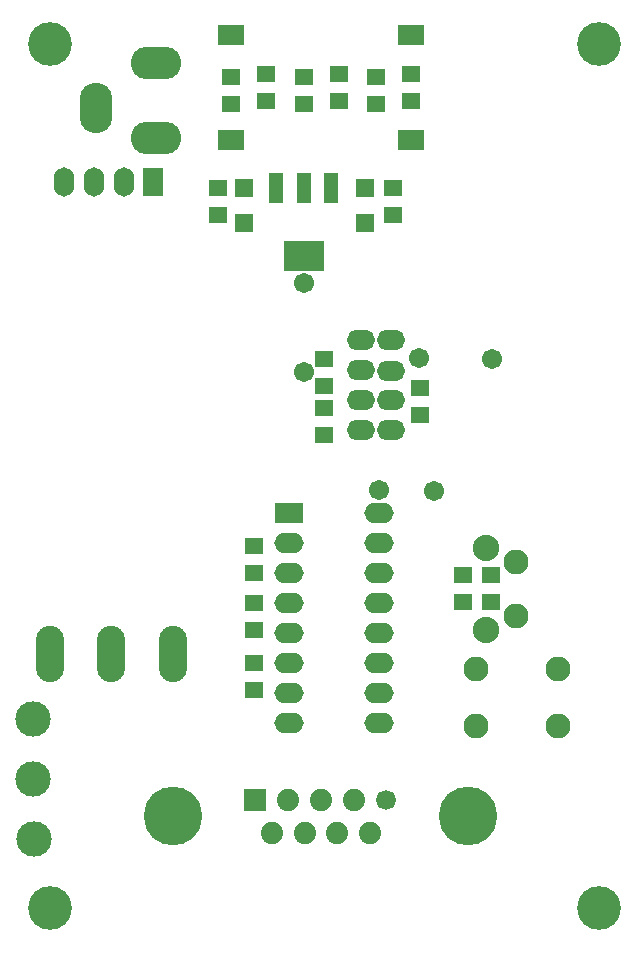
<source format=gbs>
G04*
G04 #@! TF.GenerationSoftware,Altium Limited,Altium Designer,18.1.6 (161)*
G04*
G04 Layer_Color=16711935*
%FSLAX25Y25*%
%MOIN*%
G70*
G01*
G75*
%ADD21C,0.14580*%
%ADD22C,0.08300*%
%ADD23R,0.08800X0.06800*%
%ADD24O,0.10800X0.16800*%
%ADD25O,0.16800X0.10800*%
%ADD26O,0.09400X0.06800*%
%ADD27O,0.09300X0.18800*%
%ADD28O,0.06800X0.09800*%
%ADD29R,0.06800X0.09800*%
%ADD30C,0.11800*%
%ADD31R,0.09800X0.06800*%
%ADD32O,0.09800X0.06800*%
%ADD33C,0.07453*%
%ADD34R,0.07453X0.07453*%
%ADD35C,0.06653*%
%ADD36C,0.19540*%
%ADD37C,0.08800*%
%ADD38C,0.06706*%
%ADD61R,0.06300X0.05800*%
%ADD62R,0.06312X0.06312*%
%ADD63R,0.13792X0.10249*%
%ADD64R,0.04737X0.10249*%
D21*
X15945Y12894D02*
D03*
X199114D02*
D03*
Y300886D02*
D03*
X15945D02*
D03*
D22*
X158182Y73805D02*
D03*
X185282Y92606D02*
D03*
Y73805D02*
D03*
X158182Y92606D02*
D03*
X171358Y128244D02*
D03*
Y110528D02*
D03*
D23*
X76496Y304059D02*
D03*
X136496D02*
D03*
X76496Y269059D02*
D03*
X136496D02*
D03*
D24*
X31339Y279587D02*
D03*
D25*
X51339Y294587D02*
D03*
Y269587D02*
D03*
D26*
X129823Y172383D02*
D03*
Y182283D02*
D03*
Y192183D02*
D03*
Y202284D02*
D03*
X119823Y202383D02*
D03*
Y192333D02*
D03*
Y182384D02*
D03*
Y172383D02*
D03*
D27*
X16043Y97539D02*
D03*
X36516D02*
D03*
X57043D02*
D03*
D28*
X20748Y254920D02*
D03*
X30748D02*
D03*
X40748Y255020D02*
D03*
D29*
X50295D02*
D03*
D30*
X10607Y35919D02*
D03*
X10345Y76181D02*
D03*
Y56181D02*
D03*
D31*
X95768Y144783D02*
D03*
D32*
Y134783D02*
D03*
Y124784D02*
D03*
Y114784D02*
D03*
Y104783D02*
D03*
Y94784D02*
D03*
Y84784D02*
D03*
Y74783D02*
D03*
X125768Y144783D02*
D03*
Y134783D02*
D03*
Y124784D02*
D03*
Y114784D02*
D03*
Y104783D02*
D03*
Y94784D02*
D03*
Y84784D02*
D03*
Y74783D02*
D03*
D33*
X122713Y37992D02*
D03*
X95449Y49173D02*
D03*
X100902Y37992D02*
D03*
X117260Y49173D02*
D03*
X89996Y37992D02*
D03*
X106354Y49173D02*
D03*
X111807Y37992D02*
D03*
D34*
X84543Y49173D02*
D03*
D35*
X128165D02*
D03*
D36*
X57161Y43583D02*
D03*
X155547D02*
D03*
D37*
X161516Y105607D02*
D03*
Y133166D02*
D03*
D38*
X163484Y196063D02*
D03*
X100766Y221457D02*
D03*
X144095Y152165D02*
D03*
X125847Y152461D02*
D03*
X100766Y191831D02*
D03*
X139201Y196358D02*
D03*
D61*
X124793Y280964D02*
D03*
Y289964D02*
D03*
X139272Y177390D02*
D03*
Y186390D02*
D03*
X107480Y196134D02*
D03*
Y187134D02*
D03*
Y170697D02*
D03*
Y179697D02*
D03*
X153839Y114890D02*
D03*
Y123890D02*
D03*
X84134Y105783D02*
D03*
Y114784D02*
D03*
X84134Y124784D02*
D03*
Y133783D02*
D03*
X84134Y85783D02*
D03*
Y94784D02*
D03*
X162894Y123890D02*
D03*
Y114890D02*
D03*
X100613Y280964D02*
D03*
Y289964D02*
D03*
X72047Y253150D02*
D03*
Y244150D02*
D03*
X130413Y244122D02*
D03*
Y253122D02*
D03*
X76433Y289964D02*
D03*
Y280964D02*
D03*
X112253Y290914D02*
D03*
Y281914D02*
D03*
X136433Y290914D02*
D03*
Y281914D02*
D03*
X88073Y290914D02*
D03*
Y281914D02*
D03*
D62*
X121161Y253150D02*
D03*
Y241339D02*
D03*
X80709D02*
D03*
Y253150D02*
D03*
D63*
X100613Y230315D02*
D03*
D64*
X109668Y253150D02*
D03*
X100613D02*
D03*
X91558D02*
D03*
M02*

</source>
